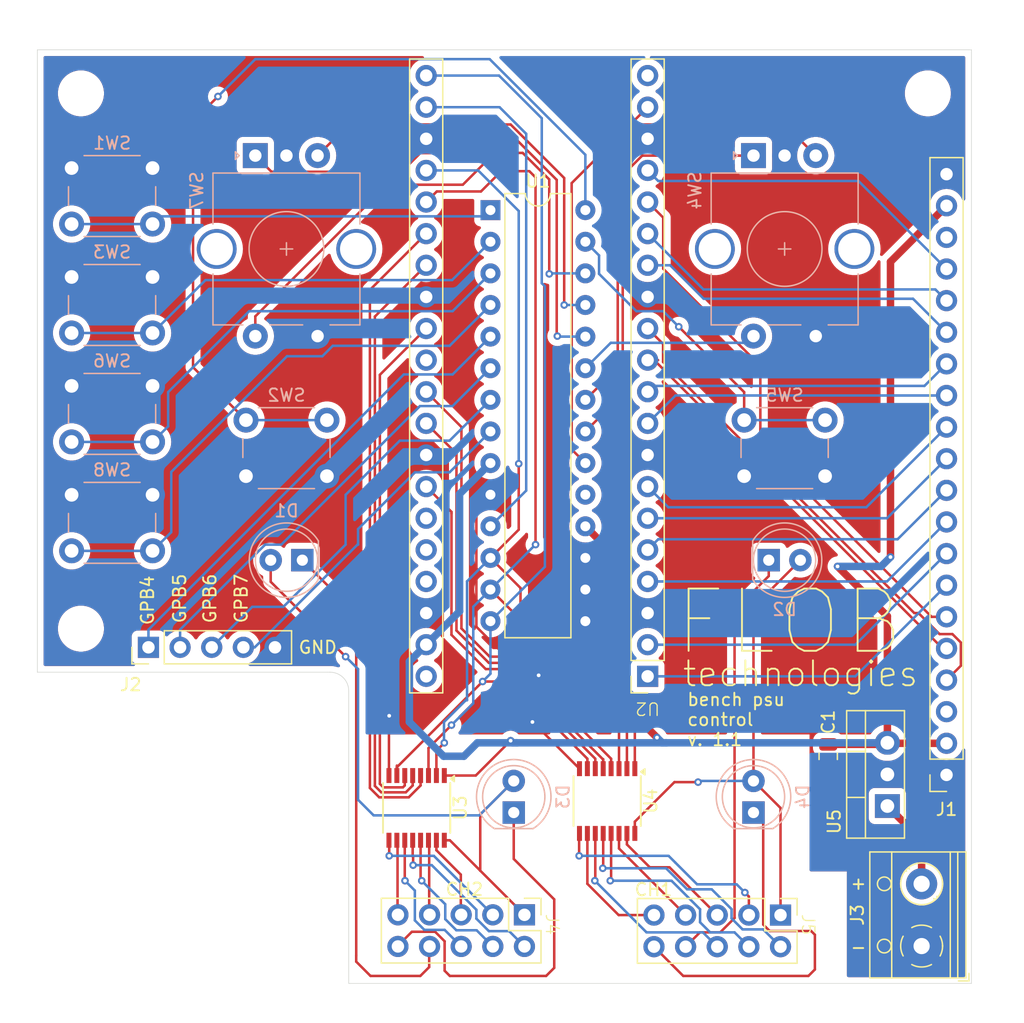
<source format=kicad_pcb>
(kicad_pcb (version 20240108) (generator "pcbnew") (generator_version "8.0")
  (layers (0 "F.Cu" signal) (31 "B.Cu" signal) (34 "B.Paste" user) (35 "F.Paste" user) (36 "B.SilkS" user "B.Silkscreen") (37 "F.SilkS" user "F.Silkscreen") (38 "B.Mask" user) (39 "F.Mask" user) (44 "Edge.Cuts" user))
  (net 0 "")
  (net 1 "GND")
  (net 2 "VCC")
  (net 3 "Net-(D1-A)")
  (net 4 "Net-(D1-K)")
  (net 5 "Net-(D2-A)")
  (net 6 "Net-(D2-K)")
  (net 7 "Net-(D3-K)")
  (net 8 "Net-(D4-K)")
  (net 9 "LCD_D1")
  (net 10 "LCD_D5")
  (net 11 "LCD_D3")
  (net 12 "LCD_E")
  (net 14 "LCD_D6")
  (net 15 "LCD_RST")
  (net 16 "LCD_RW")
  (net 17 "LCD_D4")
  (net 18 "LCD_CS1")
  (net 19 "LCD_CS2")
  (net 20 "LCD_RS")
  (net 21 "LCD_D7")
  (net 22 "LCD_D0")
  (net 23 "LCD_D2")
  (net 25 "Net-(J2-Pin_1)")
  (net 26 "Net-(J2-Pin_3)")
  (net 27 "Net-(J2-Pin_2)")
  (net 28 "Net-(J2-Pin_4)")
  (net 29 "Net-(J3-Pin_2)")
  (net 30 "CH1_DAC_CS")
  (net 31 "Net-(J4-Pin_9)")
  (net 32 "Net-(J4-Pin_5)")
  (net 33 "Net-(J4-Pin_7)")
  (net 34 "CH1_GND")
  (net 35 "CH1_ADC_CS")
  (net 36 "CH1_OUT_EN")
  (net 37 "Net-(J5-Pin_5)")
  (net 38 "CH2_ADC_CS")
  (net 39 "CH2_OUT_EN")
  (net 40 "CH2_GND")
  (net 41 "CH2_DAC_CS")
  (net 42 "Net-(J5-Pin_9)")
  (net 43 "Net-(J5-Pin_7)")
  (net 44 "Net-(U1-GPB0)")
  (net 45 "Net-(U1-GPA7)")
  (net 46 "Net-(U1-GPB1)")
  (net 47 "Net-(U1-GPA2)")
  (net 48 "Net-(U1-GPA0)")
  (net 49 "Net-(U1-GPA1)")
  (net 50 "Net-(U1-GPA6)")
  (net 51 "Net-(U1-GPB2)")
  (net 52 "Net-(U1-GPA4)")
  (net 53 "Net-(U1-GPA3)")
  (net 54 "Net-(U1-GPA5)")
  (net 55 "Net-(U1-GPB3)")
  (net 56 "SPI_RX")
  (net 57 "SPI_CLK")
  (net 59 "IOEXT_CS")
  (net 60 "IOEXT_INT")
  (net 61 "SPI_TX")
  (net 62 "CTRL_CH2_DAC_CS")
  (net 63 "CTRL_CH1_OUT_EN")
  (net 64 "CTRL_CH2_OUT_EN")
  (net 68 "CTRL_CH2_ADC_CS")
  (net 69 "CTRL_CH1_ADC_CS")
  (net 73 "CTRL_CH1_DAC_CS")
  (footprint "Package_DIP:DIP-28_W7.62mm" (layer "F.Cu") (at 86.38 62.88)
    (property "Reference" "U1")
    (property "Value" "MCP23S17_SP")
  )
  (footprint "TerminalBlock_RND:TerminalBlock_RND_205-00012_1x02_P5.00mm_Horizontal" (layer "F.Cu") (at 121 122 90)
    (property "Reference" "J3")
    (property "Value" "Screw_Terminal_01x02")
  )
  (footprint "Package_SO:SSOP-16_3.9x4.9mm_P0.635mm" (layer "F.Cu") (at 95.75 110.35 -90)
    (property "Reference" "U4")
    (property "Value" "ISO7761DBQ")
  )
  (footprint "Connector_PinSocket_2.54mm:PinSocket_1x20_P2.54mm_Vertical" (layer "F.Cu") (at 123 108.25 180)
    (property "Reference" "J1")
    (property "Value" "Conn_01x20_Pin")
  )
  (footprint "MountingHole:MountingHole_3.2mm_M3" (layer "F.Cu") (at 121.5 53.5)
    (property "Reference" "H1" (hide yes))
    (property "Value" "MountingHole")
  )
  (footprint "Capacitor_SMD:C_0805_2012Metric" (layer "F.Cu") (at 113.5 106.75 -90)
    (property "Reference" "C1")
    (property "Value" "0.1uF")
  )
  (footprint "MountingHole:MountingHole_3.2mm_M3" (layer "F.Cu") (at 53.5 96.5)
    (property "Reference" "H3" (hide yes))
    (property "Value" "MountingHole")
  )
  (footprint "MountingHole:MountingHole_3.2mm_M3" (layer "F.Cu") (at 53.5 53.5)
    (property "Reference" "H4" (hide yes))
    (property "Value" "MountingHole")
  )
  (footprint "Altbutt:Connector Header 2x05" (layer "F.Cu") (at 89.08 119.46 -90)
    (property "Reference" "J4")
    (property "Value" "Conn_02x05_Odd_Even")
  )
  (footprint "Package_TO_SOT_THT:TO-220-3_Vertical" (layer "F.Cu") (at 118.25 110.75 90)
    (property "Reference" "U5")
    (property "Value" "LM7805_TO220")
  )
  (footprint "Altbutt:Connector Header 2x05" (layer "F.Cu") (at 109.64 119.48 -90)
    (property "Reference" "J5")
    (property "Value" "Conn_02x05_Odd_Even")
  )
  (footprint "Package_SO:SSOP-16_3.9x4.9mm_P0.635mm" (layer "F.Cu") (at 80.4525 110.9 -90)
    (property "Reference" "U3")
    (property "Value" "ISO7761DBQ")
  )
  (footprint "Connector_PinHeader_2.54mm:PinHeader_1x05_P2.54mm_Vertical" (layer "F.Cu") (at 58.92 98 90)
    (property "Reference" "J2")
    (property "Value" "Conn_01x05_Pin")
  )
  (footprint "Altbutt:Raspberry_Pi_Pico_Headers" (layer "F.Cu") (at 99 100.33 180)
    (property "Reference" "U2")
    (property "Value" "RP2040 PICO")
  )
  (footprint "MountingHole:MountingHole_3.2mm_M3" (layer "F.Cu") (at 102.15 112.67)
    (property "Reference" "H2" (hide yes))
    (property "Value" "MountingHole")
  )
  (footprint "Button_Switch_THT:SW_PUSH_6mm_H13mm" (layer "B.Cu") (at 113.25 79.75 180)
    (property "Reference" "SW5")
    (property "Value" "CH1_EN")
  )
  (footprint "Rotary_Encoder:RotaryEncoder_Alps_EC11E-Switch_Vertical_H20mm_CircularMountingHoles" (layer "B.Cu") (at 107.5 58.5 -90)
    (property "Reference" "SW4")
    (property "Value" "COARSE")
  )
  (footprint "Button_Switch_THT:SW_PUSH_6mm_H13mm" (layer "B.Cu") (at 59.25 77 180)
    (property "Reference" "SW6")
    (property "Value" "OTHER1")
  )
  (footprint "LED_THT:LED_D5.0mm" (layer "B.Cu") (at 71.275 91 180)
    (property "Reference" "D1")
    (property "Value" "GREEN")
  )
  (footprint "LED_THT:LED_D5.0mm" (layer "B.Cu") (at 107.5 111.275 90)
    (property "Reference" "D4")
    (property "Value" "RED")
  )
  (footprint "Button_Switch_THT:SW_PUSH_6mm_H13mm" (layer "B.Cu") (at 59.25 85.75 180)
    (property "Reference" "SW8")
    (property "Value" "OTHER2")
  )
  (footprint "Rotary_Encoder:RotaryEncoder_Alps_EC11E-Switch_Vertical_H20mm_CircularMountingHoles" (layer "B.Cu") (at 67.5 58.5 -90)
    (property "Reference" "SW7")
    (property "Value" "FINE")
  )
  (footprint "Button_Switch_THT:SW_PUSH_6mm_H13mm" (layer "B.Cu") (at 59.25 59.5 180)
    (property "Reference" "SW1")
    (property "Value" "PRESET1")
  )
  (footprint "LED_THT:LED_D5.0mm" (layer "B.Cu") (at 108.725 91)
    (property "Reference" "D2")
    (property "Value" "GREEN")
  )
  (footprint "LED_THT:LED_D5.0mm" (layer "B.Cu") (at 88.25 111.275 90)
    (property "Reference" "D3")
    (property "Value" "RED")
  )
  (footprint "Button_Switch_THT:SW_PUSH_6mm_H13mm" (layer "B.Cu") (at 59.25 68.25 180)
    (property "Reference" "SW3")
    (property "Value" "PRESET2")
  )
  (footprint "Button_Switch_THT:SW_PUSH_6mm_H13mm" (layer "B.Cu") (at 73.25 79.75 180)
    (property "Reference" "SW2")
    (property "Value" "CH2_EN")
  )
  (gr_arc (start 73.5 100) (mid 74.56066 100.43934) (end 75 101.5) (stroke (width 0.05)) (layer "Edge.Cuts"))
  (gr_line (start 125 50) (end 125 125) (stroke (width 0.05)) (layer "Edge.Cuts"))
  (gr_line (start 125 125) (end 75 125) (stroke (width 0.05)) (layer "Edge.Cuts"))
  (gr_line (start 73.5 100) (end 50 100) (stroke (width 0.05)) (layer "Edge.Cuts"))
  (gr_line (start 50 100) (end 50 50) (stroke (width 0.05)) (layer "Edge.Cuts"))
  (gr_line (start 75 125) (end 75 101.5) (stroke (width 0.05)) (layer "Edge.Cuts"))
  (gr_line (start 50 50) (end 125 50) (stroke (width 0.05)) (layer "Edge.Cuts"))
  (gr_text "FLOB" (at 101 98.9 0) (layer "F.SilkS") (effects (font (size 5 5)) (justify left bottom)))
  (gr_text "GPB6" (at 64.44 96.15 90) (layer "F.SilkS") (effects (font (size 1 1)) (justify left bottom)))
  (gr_text "CH2" (at 82.69 118.03 0) (layer "F.SilkS") (effects (font (size 1 1)) (justify left bottom)))
  (gr_text "-" (at 115.21 122.67 0) (layer "F.SilkS") (effects (font (size 1 1)) (justify left bottom)))
  (gr_text "technologies" (at 101.7 101.3 0) (layer "F.SilkS") (effects (font (size 2 2)) (justify left bottom)))
  (gr_text "GPB7" (at 66.95 96.15 90) (layer "F.SilkS") (effects (font (size 1 1)) (justify left bottom)))
  (gr_text "+" (at 115.21 117.54 0) (layer "F.SilkS") (effects (font (size 1 1)) (justify left bottom)))
  (gr_text "GND" (at 70.89 98.59 0) (layer "F.SilkS") (effects (font (size 1 1)) (justify left bottom)))
  (gr_text "GPB4" (at 59.43 96.3 90) (layer "F.SilkS") (effects (font (size 1 1)) (justify left bottom)))
  (gr_text "GPB5" (at 62.01 96.15 90) (layer "F.SilkS") (effects (font (size 1 1)) (justify left bottom)))
  (gr_text "bench psu\ncontrol\nv. 1.1" (at 102.1 106 0) (layer "F.SilkS") (effects (font (size 1 1)) (justify left bottom)))
  (gr_text "CH1" (at 97.87 118.05 0) (layer "F.SilkS") (effects (font (size 1 1)) (justify left bottom)))
  (segment (start 78.23 108.3) (end 78.23 103.52) (width 0.2) (layer "F.Cu") (net 1))
  (segment (start 113.5 107.7) (end 117.74 107.7) (width 0.2) (layer "F.Cu") (net 1))
  (segment (start 89.7775 104) (end 89.75 104) (width 0.2) (layer "F.Cu") (net 1))
  (segment (start 117.74 107.7) (end 118.25 108.21) (width 0.2) (layer "F.Cu") (net 1))
  (segment (start 86.38 85.74) (end 85.25 86.87) (width 0.2) (layer "F.Cu") (net 1))
  (segment (start 78.23 103.52) (end 78.25 103.5) (width 0.2) (layer "F.Cu") (net 1))
  (segment (start 85.25 86.87) (end 85.25 96.35) (width 0.2) (layer "F.Cu") (net 1))
  (segment (start 88.35 98.35) (end 90.25 100.25) (width 0.2) (layer "F.Cu") (net 1))
  (segment (start 87.25 98.35) (end 88.35 98.35) (width 0.2) (layer "F.Cu") (net 1))
  (segment (start 85.25 96.35) (end 87.25 98.35) (width 0.2) (layer "F.Cu") (net 1))
  (segment (start 93.5275 107.75) (end 89.7775 104) (width 0.2) (layer "F.Cu") (net 1))
  (via (at 78.25 103.5) (size 0.6) (drill 0.3) (layers "F.Cu" "B.Cu") (net 1))
  (via (at 90.25 100.25) (size 0.6) (drill 0.3) (layers "F.Cu" "B.Cu") (net 1))
  (via (at 89.75 104) (size 0.6) (drill 0.3) (layers "F.Cu" "B.Cu") (net 1))
  (segment (start 118.12 105.8) (end 118.25 105.67) (width 0.6) (layer "F.Cu") (net 2))
  (segment (start 97.9725 107.75) (end 97.9725 103.5275) (width 0.2) (layer "F.Cu") (net 2))
  (segment (start 96.75 102.25) (end 96.75 91.03) (width 0.6) (layer "F.Cu") (net 2))
  (segment (start 118.25 95.5) (end 114.25 91.5) (width 0.6) (layer "F.Cu") (net 2))
  (segment (start 118.29 105.71) (end 118.25 105.67) (width 0.6) (layer "F.Cu") (net 2))
  (segment (start 123 105.71) (end 118.29 105.71) (width 0.6) (layer "F.Cu") (net 2))
  (segment (start 96.75 91.03) (end 94 88.28) (width 0.6) (layer "F.Cu") (net 2))
  (segment (start 97.9725 103.5275) (end 98 103.5) (width 0.2) (layer "F.Cu") (net 2))
  (segment (start 118.5 90.75) (end 118.5 67.03) (width 0.6) (layer "F.Cu") (net 2))
  (segment (start 118.5 67.03) (end 123 62.53) (width 0.6) (layer "F.Cu") (net 2))
  (segment (start 118.25 105.67) (end 118.25 95.5) (width 0.6) (layer "F.Cu") (net 2))
  (segment (start 99.75 105.25) (end 98 103.5) (width 0.6) (layer "F.Cu") (net 2))
  (segment (start 98 103.5) (end 96.75 102.25) (width 0.6) (layer "F.Cu") (net 2))
  (segment (start 82.675 108.3) (end 85.2 108.3) (width 0.2) (layer "F.Cu") (net 2))
  (segment (start 85.2 108.3) (end 88 105.5) (width 0.2) (layer "F.Cu") (net 2))
  (segment (start 113.5 105.8) (end 118.12 105.8) (width 0.6) (layer "F.Cu") (net 2))
  (via (at 118.5 90.75) (size 0.6) (drill 0.3) (layers "F.Cu" "B.Cu") (net 2))
  (via (at 114.25 91.5) (size 0.6) (drill 0.3) (layers "F.Cu" "B.Cu") (net 2))
  (via (at 88 105.5) (size 0.6) (drill 0.3) (layers "F.Cu" "B.Cu") (net 2))
  (via (at 99.75 105.25) (size 0.6) (drill 0.3) (layers "F.Cu" "B.Cu") (net 2))
  (segment (start 85.33 105.67) (end 84.25 106.75) (width 0.6) (layer "B.Cu") (net 2))
  (segment (start 83.9 95.11) (end 81.22 97.79) (width 0.6) (layer "B.Cu") (net 2))
  (segment (start 88.5 105.67) (end 88.17 105.67) (width 0.6) (layer "B.Cu") (net 2))
  (segment (start 118.25 105.67) (end 100.5 105.67) (width 0.6) (layer "B.Cu") (net 2))
  (segment (start 86.38 83.2) (end 83.9 85.68) (width 0.6) (layer "B.Cu") (net 2))
  (segment (start 83.9 85.68) (end 83.9 95.11) (width 0.6) (layer "B.Cu") (net 2))
  (segment (start 82.618629 106.75) (end 79.87 104.001371) (width 0.6) (layer "B.Cu") (net 2))
  (segment (start 88.17 105.67) (end 88 105.5) (width 0.6) (layer "B.Cu") (net 2))
  (segment (start 100.17 105.67) (end 99.75 105.25) (width 0.6) (layer "B.Cu") (net 2))
  (segment (start 100.5 105.67) (end 88.5 105.67) (width 0.6) (layer "B.Cu") (net 2))
  (segment (start 88.5 105.67) (end 85.33 105.67) (width 0.6) (layer "B.Cu") (net 2))
  (segment (start 84.25 106.75) (end 82.618629 106.75) (width 0.6) (layer "B.Cu") (net 2))
  (segment (start 79.87 99.14) (end 81.22 97.79) (width 0.6) (layer "B.Cu") (net 2))
  (segment (start 79.87 104.001371) (end 79.87 99.14) (width 0.6) (layer "B.Cu") (net 2))
  (segment (start 114.25 91.5) (end 117.75 91.5) (width 0.6) (layer "B.Cu") (net 2))
  (segment (start 117.75 91.5) (end 118.5 90.75) (width 0.6) (layer "B.Cu") (net 2))
  (segment (start 100.5 105.67) (end 100.17 105.67) (width 0.6) (layer "B.Cu") (net 2))
  (segment (start 82.675 113.5) (end 83.12 113.5) (width 0.2) (layer "F.Cu") (net 3))
  (segment (start 88.25 108.735) (end 85.56 111.425) (width 0.2) (layer "F.Cu") (net 3))
  (segment (start 68.735 92.735) (end 68.735 91) (width 0.2) (layer "F.Cu") (net 3))
  (segment (start 74.75 98.75) (end 68.735 92.735) (width 0.2) (layer "F.Cu") (net 3))
  (segment (start 83.12 113.5) (end 85.56 115.94) (width 0.2) (layer "F.Cu") (net 3))
  (segment (start 85.56 111.425) (end 85.56 115.94) (width 0.2) (layer "F.Cu") (net 3))
  (segment (start 85.56 115.94) (end 89.08 119.46) (width 0.2) (layer "F.Cu") (net 3))
  (via (at 74.75 98.75) (size 0.6) (drill 0.3) (layers "F.Cu" "B.Cu") (net 3))
  (segment (start 75.75 99.75) (end 74.75 98.75) (width 0.2) (layer "B.Cu") (net 3))
  (segment (start 88.25 108.735) (end 85.485 111.5) (width 0.2) (layer "B.Cu") (net 3))
  (segment (start 77 111.5) (end 75.75 110.25) (width 0.2) (layer "B.Cu") (net 3))
  (segment (start 75.75 110.25) (end 75.75 99.75) (width 0.2) (layer "B.Cu") (net 3))
  (segment (start 85.485 111.5) (end 77 111.5) (width 0.2) (layer "B.Cu") (net 3))
  (segment (start 80.75 124.4) (end 76.75 124.4) (width 0.2) (layer "F.Cu") (net 4))
  (segment (start 75.601755 95.326755) (end 71.275 91) (width 0.2) (layer "F.Cu") (net 4))
  (segment (start 75.601755 122.748245) (end 75.601755 95.326755) (width 0.2) (layer "F.Cu") (net 4))
  (segment (start 75.6 123.25) (end 75.6 122.75) (width 0.2) (layer "F.Cu") (net 4))
  (segment (start 81.46 123.69) (end 80.75 124.4) (width 0.2) (layer "F.Cu") (net 4))
  (segment (start 81.46 122) (end 81.46 123.69) (width 0.2) (layer "F.Cu") (net 4))
  (segment (start 75.6 122.75) (end 75.601755 122.748245) (width 0.2) (layer "F.Cu") (net 4))
  (segment (start 76.75 124.4) (end 75.6 123.25) (width 0.2) (layer "F.Cu") (net 4))
  (segment (start 107.5 108.735) (end 109.67 110.905) (width 0.2) (layer "F.Cu") (net 5))
  (segment (start 103.05 108.83) (end 101.15 108.83) (width 0.2) (layer "F.Cu") (net 5))
  (segment (start 97.9725 113.2225) (end 97.9725 112.95) (width 0.2) (layer "F.Cu") (net 5))
  (segment (start 97.9725 112.0075) (end 97.9725 112.95) (width 0.2) (layer "F.Cu") (net 5))
  (segment (start 107.5 94.765) (end 111.265 91) (width 0.2) (layer "F.Cu") (net 5))
  (segment (start 109.67 110.905) (end 109.67 119.51) (width 0.2) (layer "F.Cu") (net 5))
  (segment (start 107.5 108.735) (end 107.5 94.765) (width 0.2) (layer "F.Cu") (net 5))
  (segment (start 101.15 108.83) (end 97.9725 112.0075) (width 0.2) (layer "F.Cu") (net 5))
  (via (at 103.05 108.83) (size 0.6) (drill 0.3) (layers "F.Cu" "B.Cu") (net 5))
  (segment (start 103.145 108.735) (end 103.05 108.83) (width 0.2) (layer "B.Cu") (net 5))
  (segment (start 107.5 108.735) (end 103.145 108.735) (width 0.2) (layer "B.Cu") (net 5))
  (segment (start 105.98 95.02) (end 105.98 119.746346) (width 0.2) (layer "F.Cu") (net 6))
  (segment (start 108.725 91) (end 108.725 92.275) (width 0.2) (layer "F.Cu") (net 6))
  (segment (start 103.2 120.9) (end 102.05 122.05) (width 0.2) (layer "F.Cu") (net 6))
  (segment (start 104.826346 120.9) (end 103.2 120.9) (width 0.2) (layer "F.Cu") (net 6))
  (segment (start 105.98 119.746346) (end 104.826346 120.9) (width 0.2) (layer "F.Cu") (net 6))
  (segment (start 108.725 92.275) (end 105.98 95.02) (width 0.2) (layer "F.Cu") (net 6))
  (segment (start 91.5 123.75) (end 90.85 124.4) (width 0.2) (layer "F.Cu") (net 7))
  (segment (start 81.936346 120.85) (end 80.07 120.85) (width 0.2) (layer "F.Cu") (net 7))
  (segment (start 80.07 120.85) (end 78.92 122) (width 0.2) (layer "F.Cu") (net 7))
  (segment (start 83.12 124.4) (end 82.7 123.98) (width 0.2) (layer "F.Cu") (net 7))
  (segment (start 82.7 121.613654) (end 81.936346 120.85) (width 0.2) (layer "F.Cu") (net 7))
  (segment (start 90.85 124.4) (end 83.12 124.4) (width 0.2) (layer "F.Cu") (net 7))
  (segment (start 91.5 118.25) (end 91.5 123.75) (width 0.2) (layer "F.Cu") (net 7))
  (segment (start 82.7 123.98) (end 82.7 121.613654) (width 0.2) (layer "F.Cu") (net 7))
  (segment (start 88.25 115) (end 91.5 118.25) (width 0.2) (layer "F.Cu") (net 7))
  (segment (start 88.25 111.275) (end 88.25 115) (width 0.2) (layer "F.Cu") (net 7))
  (segment (start 108.28 120.27) (end 108.8 120.79) (width 0.2) (layer "F.Cu") (net 8))
  (segment (start 101.86 124.4) (end 99.51 122.05) (width 0.2) (layer "F.Cu") (net 8))
  (segment (start 112.13 120.79) (end 112.43 121.09) (width 0.2) (layer "F.Cu") (net 8))
  (segment (start 112.43 121.09) (end 112.43 123.88) (width 0.2) (layer "F.Cu") (net 8))
  (segment (start 108.28 112.055) (end 108.28 120.27) (width 0.2) (layer "F.Cu") (net 8))
  (segment (start 112.43 123.88) (end 111.91 124.4) (width 0.2) (layer "F.Cu") (net 8))
  (segment (start 107.5 111.275) (end 108.28 112.055) (width 0.2) (layer "F.Cu") (net 8))
  (segment (start 108.8 120.79) (end 112.13 120.79) (width 0.2) (layer "F.Cu") (net 8))
  (segment (start 111.91 124.4) (end 101.86 124.4) (width 0.2) (layer "F.Cu") (net 8))
  (segment (start 115.68 97.79) (end 123 90.47) (width 0.2) (layer "B.Cu") (net 9))
  (segment (start 99 97.79) (end 115.68 97.79) (width 0.2) (layer "B.Cu") (net 9))
  (segment (start 100.66 86.75) (end 116.56 86.75) (width 0.2) (layer "B.Cu") (net 10))
  (segment (start 99 85.09) (end 100.66 86.75) (width 0.2) (layer "B.Cu") (net 10))
  (segment (start 116.56 86.75) (end 123 80.31) (width 0.2) (layer "B.Cu") (net 10))
  (segment (start 119.07 89.32) (end 123 85.39) (width 0.2) (layer "B.Cu") (net 11))
  (segment (start 99.85 89.32) (end 119.07 89.32) (width 0.2) (layer "B.Cu") (net 11))
  (segment (start 99 90.17) (end 99.85 89.32) (width 0.2) (layer "B.Cu") (net 11))
  (segment (start 108.05 81.802081) (end 108.05 75.388478) (width 0.2) (layer "F.Cu") (net 12))
  (segment (start 108.05 75.388478) (end 100.25 67.588478) (width 0.2) (layer "F.Cu") (net 12))
  (segment (start 100.25 67.588478) (end 100.25 63.48) (width 0.2) (layer "F.Cu") (net 12))
  (segment (start 121.797919 95.55) (end 108.05 81.802081) (width 0.2) (layer "F.Cu") (net 12))
  (segment (start 123 95.55) (end 121.797919 95.55) (width 0.2) (layer "F.Cu") (net 12))
  (segment (start 100.25 63.48) (end 99 62.23) (width 0.2) (layer "F.Cu") (net 12))
  (segment (start 99 80.01) (end 101.24 77.77) (width 0.2) (layer "B.Cu") (net 14))
  (segment (start 101.24 77.77) (end 123 77.77) (width 0.2) (layer "B.Cu") (net 14))
  (segment (start 115.93 60.54) (end 123 67.61) (width 0.2) (layer "B.Cu") (net 15))
  (segment (start 99.85 60.54) (end 115.93 60.54) (width 0.2) (layer "B.Cu") (net 15))
  (segment (start 99 59.69) (end 99.85 60.54) (width 0.2) (layer "B.Cu") (net 15))
  (segment (start 122.685837 98.09) (end 99.525837 74.93) (width 0.2) (layer "F.Cu") (net 16))
  (segment (start 99.525837 74.93) (end 99 74.93) (width 0.2) (layer "F.Cu") (net 16))
  (segment (start 99 74.93) (end 99.84 74.93) (width 0.2) (layer "F.Cu") (net 16))
  (segment (start 123 98.09) (end 122.685837 98.09) (width 0.2) (layer "F.Cu") (net 16))
  (segment (start 99 87.63) (end 118.22 87.63) (width 0.2) (layer "B.Cu") (net 17))
  (segment (start 118.22 87.63) (end 123 82.85) (width 0.2) (layer "B.Cu") (net 17))
  (segment (start 120.31 70) (end 123 72.69) (width 0.2) (layer "B.Cu") (net 18))
  (segment (start 103.5 70) (end 120.31 70) (width 0.2) (layer "B.Cu") (net 18))
  (segment (start 99 67.31) (end 100.81 67.31) (width 0.2) (layer "B.Cu") (net 18))
  (segment (start 100.81 67.31) (end 103.5 70) (width 0.2) (layer "B.Cu") (net 18))
  (segment (start 103.48 69.25) (end 122.1 69.25) (width 0.2) (layer "B.Cu") (net 19))
  (segment (start 122.1 69.25) (end 123 70.15) (width 0.2) (layer "B.Cu") (net 19))
  (segment (start 99 64.77) (end 103.48 69.25) (width 0.2) (layer "B.Cu") (net 19))
  (segment (start 124.15 97.613654) (end 123.476346 96.94) (width 0.2) (layer "F.Cu") (net 20))
  (segment (start 124.15 99.48) (end 124.15 97.613654) (width 0.2) (layer "F.Cu") (net 20))
  (segment (start 123 100.63) (end 124.15 99.48) (width 0.2) (layer "F.Cu") (net 20))
  (segment (start 120.411522 95.25) (end 100.24 75.078478) (width 0.2) (layer "F.Cu") (net 20))
  (segment (start 100.24 73.63) (end 99 72.39) (width 0.2) (layer "F.Cu") (net 20))
  (segment (start 100.24 75.078478) (end 100.24 73.63) (width 0.2) (layer "F.Cu") (net 20))
  (segment (start 123.476346 96.94) (end 122.44 96.94) (width 0.2) (layer "F.Cu") (net 20))
  (segment (start 122.44 96.94) (end 120.75 95.25) (width 0.2) (layer "F.Cu") (net 20))
  (segment (start 120.75 95.25) (end 120.411522 95.25) (width 0.2) (layer "F.Cu") (net 20))
  (segment (start 99.47 77) (end 121.23 77) (width 0.2) (layer "B.Cu") (net 21))
  (segment (start 99 77.47) (end 99.47 77) (width 0.2) (layer "B.Cu") (net 21))
  (segment (start 121.23 77) (end 123 75.23) (width 0.2) (layer "B.Cu") (net 21))
  (segment (start 99 100.33) (end 115.68 100.33) (width 0.2) (layer "B.Cu") (net 22))
  (segment (start 115.68 100.33) (end 123 93.01) (width 0.2) (layer "B.Cu") (net 22))
  (segment (start 99 92.71) (end 118.22 92.71) (width 0.2) (layer "B.Cu") (net 23))
  (segment (start 118.22 92.71) (end 123 87.93) (width 0.2) (layer "B.Cu") (net 23))
  (segment (start 58.92 96.58) (end 58.92 98) (width 0.2) (layer "B.Cu") (net 25))
  (segment (start 83.34 76.08) (end 79.42 76.08) (width 0.2) (layer "B.Cu") (net 25))
  (segment (start 79.42 76.08) (end 58.92 96.58) (width 0.2) (layer "B.Cu") (net 25))
  (segment (start 86.38 73.04) (end 83.34 76.08) (width 0.2) (layer "B.Cu") (net 25))
  (segment (start 74.75 89.75) (end 69.75 94.75) (width 0.2) (layer "B.Cu") (net 26))
  (segment (start 83.1 81.4) (end 79.1 81.4) (width 0.2) (layer "B.Cu") (net 26))
  (segment (start 86.38 78.12) (end 83.1 81.4) (width 0.2) (layer "B.Cu") (net 26))
  (segment (start 74.75 85.75) (end 74.75 89.75) (width 0.2) (layer "B.Cu") (net 26))
  (segment (start 64 98) (end 67.25 94.75) (width 0.2) (layer "B.Cu") (net 26))
  (segment (start 67.25 94.75) (end 69.75 94.75) (width 0.2) (layer "B.Cu") (net 26))
  (segment (start 79.1 81.4) (end 74.75 85.75) (width 0.2) (layer "B.Cu") (net 26))
  (segment (start 69.588478 89.75) (end 68.287943 89.75) (width 0.2) (layer "B.Cu") (net 27))
  (segment (start 68.287943 89.75) (end 61.46 96.577943) (width 0.2) (layer "B.Cu") (net 27))
  (segment (start 61.46 96.577943) (end 61.46 98) (width 0.2) (layer "B.Cu") (net 27))
  (segment (start 80.718478 78.62) (end 69.588478 89.75) (width 0.2) (layer "B.Cu") (net 27))
  (segment (start 83.34 78.62) (end 80.718478 78.62) (width 0.2) (layer "B.Cu") (net 27))
  (segment (start 86.38 75.58) (end 83.34 78.62) (width 0.2) (layer "B.Cu") (net 27))
  (segment (start 83.1 83.94) (end 80.31 83.94) (width 0.2) (layer "B.Cu") (net 28))
  (segment (start 86.38 80.66) (end 83.1 83.94) (width 0.2) (layer "B.Cu") (net 28))
  (segment (start 67.453654 98) (end 66.54 98) (width 0.2) (layer "B.Cu") (net 28))
  (segment (start 80.31 83.94) (end 75.75 88.5) (width 0.2) (layer "B.Cu") (net 28))
  (segment (start 75.75 89.75) (end 75.703654 89.75) (width 0.2) (layer "B.Cu") (net 28))
  (segment (start 75.703654 89.75) (end 67.453654 98) (width 0.2) (layer "B.Cu") (net 28))
  (segment (start 75.75 88.5) (end 75.75 89.75) (width 0.2) (layer "B.Cu") (net 28))
  (segment (start 121 117) (end 121 113.5) (width 0.6) (layer "F.Cu") (net 29))
  (segment (start 121 113.5) (end 118.25 110.75) (width 0.6) (layer "F.Cu") (net 29))
  (segment (start 96 116.75) (end 96.0675 116.6825) (width 0.2) (layer "F.Cu") (net 30))
  (segment (start 96.0675 116.6825) (end 96.0675 112.95) (width 0.2) (layer "F.Cu") (net 30))
  (via (at 96 116.75) (size 0.6) (drill 0.3) (layers "F.Cu" "B.Cu") (net 30))
  (segment (start 107.13 122.05) (end 105.98 120.9) (width 0.2) (layer "B.Cu") (net 30))
  (segment (start 105.98 120.9) (end 104.02 120.9) (width 0.2) (layer "B.Cu") (net 30))
  (segment (start 103.21 120.09) (end 103.21 119.043654) (width 0.2) (layer "B.Cu") (net 30))
  (segment (start 100.916346 116.75) (end 96 116.75) (width 0.2) (layer "B.Cu") (net 30))
  (segment (start 104.02 120.9) (end 103.21 120.09) (width 0.2) (layer "B.Cu") (net 30))
  (segment (start 103.21 119.043654) (end 100.916346 116.75) (width 0.2) (layer "B.Cu") (net 30))
  (segment (start 78.92 119.46) (end 78.92 113.555) (width 0.2) (layer "F.Cu") (net 31))
  (segment (start 78.92 113.555) (end 78.865 113.5) (width 0.2) (layer "F.Cu") (net 31))
  (segment (start 82.04 113.5) (end 82.04 114.3) (width 0.2) (layer "F.Cu") (net 32))
  (segment (start 82.04 114.3) (end 84 116.26) (width 0.2) (layer "F.Cu") (net 32))
  (segment (start 84 116.26) (end 84 119.46) (width 0.2) (layer "F.Cu") (net 32))
  (segment (start 81.46 113.555) (end 81.405 113.5) (width 0.2) (layer "F.Cu") (net 33))
  (segment (start 81.46 119.46) (end 81.46 113.555) (width 0.2) (layer "F.Cu") (net 33))
  (segment (start 107.13 119.51) (end 107.13 118.02) (width 0.2) (layer "F.Cu") (net 34))
  (segment (start 93.5 114.75) (end 93.5 112.9775) (width 0.2) (layer "F.Cu") (net 34))
  (segment (start 107.13 118.02) (end 106.81 117.7) (width 0.2) (layer "F.Cu") (net 34))
  (segment (start 93.5 112.9775) (end 93.5275 112.95) (width 0.2) (layer "F.Cu") (net 34))
  (via (at 93.5 114.75) (size 0.6) (drill 0.3) (layers "F.Cu" "B.Cu") (net 34))
  (via (at 106.81 117.7) (size 0.6) (drill 0.3) (layers "F.Cu" "B.Cu") (net 34))
  (segment (start 100.68 114.75) (end 101.22 115.29) (width 0.2) (layer "B.Cu") (net 34))
  (segment (start 106.81 117.7) (end 106.15 117.04) (width 0.2) (layer "B.Cu") (net 34))
  (segment (start 106.15 117.04) (end 102.97 117.04) (width 0.2) (layer "B.Cu") (net 34))
  (segment (start 102.97 117.04) (end 101.22 115.29) (width 0.2) (layer "B.Cu") (net 34))
  (segment (start 93.5 114.75) (end 100.68 114.75) (width 0.2) (layer "B.Cu") (net 34))
  (segment (start 95.3975 115.75) (end 95.4325 115.715) (width 0.2) (layer "F.Cu") (net 35))
  (segment (start 95.4325 115.715) (end 95.4325 112.95) (width 0.2) (layer "F.Cu") (net 35))
  (via (at 95.3975 115.75) (size 0.6) (drill 0.3) (layers "F.Cu" "B.Cu") (net 35))
  (segment (start 104.146346 117.44) (end 102.172032 117.44) (width 0.2) (layer "B.Cu") (net 35))
  (segment (start 108.28 120.66) (end 106.623654 120.66) (width 0.2) (layer "B.Cu") (net 35))
  (segment (start 105.74 119.776346) (end 105.74 119.033654) (width 0.2) (layer "B.Cu") (net 35))
  (segment (start 102.172032 117.44) (end 100.482032 115.75) (width 0.2) (layer "B.Cu") (net 35))
  (segment (start 105.74 119.033654) (end 104.146346 117.44) (width 0.2) (layer "B.Cu") (net 35))
  (segment (start 109.67 122.05) (end 108.28 120.66) (width 0.2) (layer "B.Cu") (net 35))
  (segment (start 106.623654 120.66) (end 105.74 119.776346) (width 0.2) (layer "B.Cu") (net 35))
  (segment (start 100.482032 115.75) (end 95.3975 115.75) (width 0.2) (layer "B.Cu") (net 35))
  (segment (start 94.7625 116.75) (end 94.7975 116.715) (width 0.2) (layer "F.Cu") (net 36))
  (segment (start 94.7975 116.715) (end 94.7975 112.95) (width 0.2) (layer "F.Cu") (net 36))
  (via (at 94.7625 116.75) (size 0.6) (drill 0.3) (layers "F.Cu" "B.Cu") (net 36))
  (segment (start 94.7625 116.75) (end 98.9125 120.9) (width 0.2) (layer "B.Cu") (net 36))
  (segment (start 103.44 120.9) (end 104.59 122.05) (width 0.2) (layer "B.Cu") (net 36))
  (segment (start 98.9125 120.9) (end 103.44 120.9) (width 0.2) (layer "B.Cu") (net 36))
  (segment (start 99.17 115.67) (end 97.3375 113.8375) (width 0.2) (layer "F.Cu") (net 37))
  (segment (start 100.75 115.67) (end 104.59 119.51) (width 0.2) (layer "F.Cu") (net 37))
  (segment (start 99.17 115.67) (end 100.75 115.67) (width 0.2) (layer "F.Cu") (net 37))
  (segment (start 97.3375 113.8375) (end 97.3375 112.95) (width 0.2) (layer "F.Cu") (net 37))
  (segment (start 80.17 114.83) (end 80.135 114.795) (width 0.2) (layer "F.Cu") (net 38))
  (segment (start 80.17 115.5) (end 80.17 114.83) (width 0.2) (layer "F.Cu") (net 38))
  (segment (start 80.135 114.795) (end 80.135 113.5) (width 0.2) (layer "F.Cu") (net 38))
  (via (at 80.17 115.5) (size 0.6) (drill 0.3) (layers "F.Cu" "B.Cu") (net 38))
  (segment (start 86.253654 120.8) (end 85.25 119.796346) (width 0.2) (layer "B.Cu") (net 38))
  (segment (start 87.88 120.8) (end 86.253654 120.8) (width 0.2) (layer "B.Cu") (net 38))
  (segment (start 85.25 119.796346) (end 85.25 119.083654) (width 0.2) (layer "B.Cu") (net 38))
  (segment (start 89.08 122) (end 87.88 120.8) (width 0.2) (layer "B.Cu") (net 38))
  (segment (start 81.666346 115.5) (end 80.17 115.5) (width 0.2) (layer "B.Cu") (net 38))
  (segment (start 85.25 119.083654) (end 81.666346 115.5) (width 0.2) (layer "B.Cu") (net 38))
  (segment (start 79.52 116.75) (end 79.5 116.73) (width 0.2) (layer "F.Cu") (net 39))
  (segment (start 79.5 116.73) (end 79.5 113.5) (width 0.2) (layer "F.Cu") (net 39))
  (via (at 79.52 116.75) (size 0.6) (drill 0.3) (layers "F.Cu" "B.Cu") (net 39))
  (segment (start 80.31 119.936346) (end 80.31 117.54) (width 0.2) (layer "B.Cu") (net 39))
  (segment (start 84 122) (end 82.7 120.7) (width 0.2) (layer "B.Cu") (net 39))
  (segment (start 80.31 117.54) (end 79.52 116.75) (width 0.2) (layer "B.Cu") (net 39))
  (segment (start 82.7 120.7) (end 81.073654 120.7) (width 0.2) (layer "B.Cu") (net 39))
  (segment (start 81.073654 120.7) (end 80.31 119.936346) (width 0.2) (layer "B.Cu") (net 39))
  (segment (start 78.25 113.52) (end 78.23 113.5) (width 0.2) (layer "F.Cu") (net 40))
  (segment (start 78.25 114.75) (end 78.25 113.52) (width 0.2) (layer "F.Cu") (net 40))
  (via (at 78.25 114.75) (size 0.6) (drill 0.3) (layers "F.Cu" "B.Cu") (net 40))
  (segment (start 81.83 114.75) (end 78.25 114.75) (width 0.2) (layer "B.Cu") (net 40))
  (segment (start 86.54 119.46) (end 81.83 114.75) (width 0.2) (layer "B.Cu") (net 40))
  (segment (start 80.86 116.75) (end 80.77 116.66) (width 0.2) (layer "F.Cu") (net 41))
  (segment (start 80.77 116.66) (end 80.77 113.5) (width 0.2) (layer "F.Cu") (net 41))
  (segment (start 80.75 113.52) (end 80.77 113.5) (width 0.2) (layer "F.Cu") (net 41))
  (via (at 80.86 116.75) (size 0.6) (drill 0.3) (layers "F.Cu" "B.Cu") (net 41))
  (segment (start 82.75 118.64) (end 80.86 116.75) (width 0.2) (layer "B.Cu") (net 41))
  (segment (start 86.54 122) (end 85.27 120.73) (width 0.2) (layer "B.Cu") (net 41))
  (segment (start 85.27 120.73) (end 83.643654 120.73) (width 0.2) (layer "B.Cu") (net 41))
  (segment (start 83.643654 120.73) (end 82.75 119.836346) (width 0.2) (layer "B.Cu") (net 41))
  (segment (start 82.75 119.836346) (end 82.75 118.64) (width 0.2) (layer "B.Cu") (net 41))
  (segment (start 99.51 119.51) (end 96.673971 119.51) (width 0.2) (layer "F.Cu") (net 42))
  (segment (start 94.1625 116.998529) (end 94.1625 112.95) (width 0.2) (layer "F.Cu") (net 42))
  (segment (start 96.673971 119.51) (end 94.1625 116.998529) (width 0.2) (layer "F.Cu") (net 42))
  (segment (start 96.63 113.0225) (end 96.7025 112.95) (width 0.2) (layer "F.Cu") (net 43))
  (segment (start 96.7025 114.1625) (end 96.7025 112.95) (width 0.2) (layer "F.Cu") (net 43))
  (segment (start 102.05 119.51) (end 96.7025 114.1625) (width 0.2) (layer "F.Cu") (net 43))
  (segment (start 86.38 62.88) (end 85.88 63.38) (width 0.2) (layer "B.Cu") (net 44))
  (segment (start 59.87 63.38) (end 59.25 64) (width 0.2) (layer "B.Cu") (net 44))
  (segment (start 85.88 63.38) (end 59.87 63.38) (width 0.2) (layer "B.Cu") (net 44))
  (segment (start 59.25 64) (end 52.75 64) (width 0.2) (layer "B.Cu") (net 44))
  (segment (start 62.5 75.5) (end 66.75 79.75) (width 0.2) (layer "F.Cu") (net 45))
  (segment (start 64.5 53.75) (end 62.5 55.75) (width 0.2) (layer "F.Cu") (net 45))
  (segment (start 62.5 55.75) (end 62.5 75.5) (width 0.2) (layer "F.Cu") (net 45))
  (via (at 64.5 53.75) (size 0.6) (drill 0.3) (layers "F.Cu" "B.Cu") (net 45))
  (segment (start 66.75 79.75) (end 73.25 79.75) (width 0.2) (layer "B.Cu") (net 45))
  (segment (start 94 62.88) (end 94 58.434314) (width 0.2) (layer "B.Cu") (net 45))
  (segment (start 86.315686 50.75) (end 67.5 50.75) (width 0.2) (layer "B.Cu") (net 45))
  (segment (start 94 58.434314) (end 86.315686 50.75) (width 0.2) (layer "B.Cu") (net 45))
  (segment (start 67.5 50.75) (end 64.5 53.75) (width 0.2) (layer "B.Cu") (net 45))
  (segment (start 63.5 68.5) (end 59.25 72.75) (width 0.2) (layer "B.Cu") (net 46))
  (segment (start 59.25 72.75) (end 52.75 72.75) (width 0.2) (layer "B.Cu") (net 46))
  (segment (start 86.38 65.42) (end 83.3 68.5) (width 0.2) (layer "B.Cu") (net 46))
  (segment (start 83.3 68.5) (end 63.5 68.5) (width 0.2) (layer "B.Cu") (net 46))
  (segment (start 107.5 73) (end 106.96 73.54) (width 0.2) (layer "B.Cu") (net 47))
  (segment (start 96.04 73.54) (end 94 75.58) (width 0.2) (layer "B.Cu") (net 47))
  (segment (start 106.96 73.54) (end 96.04 73.54) (width 0.2) (layer "B.Cu") (net 47))
  (segment (start 98.563654 58.5) (end 97 60.063654) (width 0.2) (layer "F.Cu") (net 48))
  (segment (start 97 60.063654) (end 97 77.66) (width 0.2) (layer "F.Cu") (net 48))
  (segment (start 107.5 58.5) (end 98.563654 58.5) (width 0.2) (layer "F.Cu") (net 48))
  (segment (start 97 77.66) (end 94 80.66) (width 0.2) (layer "F.Cu") (net 48))
  (segment (start 98.523654 56) (end 96.6 57.923654) (width 0.2) (layer "F.Cu") (net 49))
  (segment (start 110 56) (end 98.523654 56) (width 0.2) (layer "F.Cu") (net 49))
  (segment (start 96.6 57.923654) (end 96.6 75.52) (width 0.2) (layer "F.Cu") (net 49))
  (segment (start 112.5 58.5) (end 110 56) (width 0.2) (layer "F.Cu") (net 49))
  (segment (start 96.6 75.52) (end 94 78.12) (width 0.2) (layer "F.Cu") (net 49))
  (segment (start 106.75 79.75) (end 106.75 77.5) (width 0.2) (layer "F.Cu") (net 50))
  (segment (start 106.75 77.5) (end 101.5 72.25) (width 0.2) (layer "F.Cu") (net 50))
  (via (at 101.5 72.25) (size 0.6) (drill 0.3) (layers "F.Cu" "B.Cu") (net 50))
  (segment (start 106.75 79.75) (end 113.25 79.75) (width 0.2) (layer "B.Cu") (net 50))
  (segment (start 95.1 66.52) (end 94 65.42) (width 0.2) (layer "B.Cu") (net 50))
  (segment (start 100.25 71) (end 98.1 71) (width 0.2) (layer "B.Cu") (net 50))
  (segment (start 95.1 68) (end 95.1 66.52) (width 0.2) (layer "B.Cu") (net 50))
  (segment (start 98.1 71) (end 95.1 68) (width 0.2) (layer "B.Cu") (net 50))
  (segment (start 101.5 72.25) (end 100.25 71) (width 0.2) (layer "B.Cu") (net 50))
  (segment (start 86.38 67.96) (end 83.34 71) (width 0.2) (layer "B.Cu") (net 51))
  (segment (start 60.5 80.25) (end 59.25 81.5) (width 0.2) (layer "B.Cu") (net 51))
  (segment (start 67 71) (end 60.5 77.5) (width 0.2) (layer "B.Cu") (net 51))
  (segment (start 83.34 71) (end 67 71) (width 0.2) (layer "B.Cu") (net 51))
  (segment (start 60.5 77.5) (end 60.5 80.25) (width 0.2) (layer "B.Cu") (net 51))
  (segment (start 59.25 81.5) (end 52.75 81.5) (width 0.2) (layer "B.Cu") (net 51))
  (segment (start 75 56) (end 72.5 58.5) (width 0.2) (layer "F.Cu") (net 52))
  (segment (start 92.3 70.5) (end 92.3 60.3) (width 0.2) (layer "F.Cu") (net 52))
  (segment (start 92.3 60.3) (end 88 56) (width 0.2) (layer "F.Cu") (net 52))
  (segment (start 88 56) (end 75 56) (width 0.2) (layer "F.Cu") (net 52))
  (via (at 92.3 70.5) (size 0.6) (drill 0.3) (layers "F.Cu" "B.Cu") (net 52))
  (segment (start 94 70.5) (end 92.3 70.5) (width 0.2) (layer "B.Cu") (net 52))
  (segment (start 87.65 56.4) (end 91.7 60.45) (width 0.2) (layer "F.Cu") (net 53))
  (segment (start 80.743654 58.3) (end 82.35 58.3) (width 0.2) (layer "F.Cu") (net 53))
  (segment (start 91.7 60.45) (end 91.7 72.95) (width 0.2) (layer "F.Cu") (net 53))
  (segment (start 67.5 58.5) (end 68.8 59.8) (width 0.2) (layer "F.Cu") (net 53))
  (segment (start 91.7 72.95) (end 91.75 73) (width 0.2) (layer "F.Cu") (net 53))
  (segment (start 79.243654 59.8) (end 80.743654 58.3) (width 0.2) (layer "F.Cu") (net 53))
  (segment (start 84.25 56.4) (end 87.65 56.4) (width 0.2) (layer "F.Cu") (net 53))
  (segment (start 68.8 59.8) (end 79.243654 59.8) (width 0.2) (layer "F.Cu") (net 53))
  (segment (start 82.35 58.3) (end 84.25 56.4) (width 0.2) (layer "F.Cu") (net 53))
  (via (at 91.75 73) (size 0.6) (drill 0.3) (layers "F.Cu" "B.Cu") (net 53))
  (segment (start 91.79 73.04) (end 94 73.04) (width 0.2) (layer "B.Cu") (net 53))
  (segment (start 91.75 73) (end 91.79 73.04) (width 0.2) (layer "B.Cu") (net 53))
  (segment (start 91.1 68) (end 91.1 60.415686) (width 0.2) (layer "F.Cu") (net 54))
  (segment (start 86.717157 58.282843) (end 84.16 60.84) (width 0.2) (layer "F.Cu") (net 54))
  (segment (start 84.16 60.84) (end 78.072994 60.84) (width 0.2) (layer "F.Cu") (net 54))
  (segment (start 78.072994 60.84) (end 67.5 71.412994) (width 0.2) (layer "F.Cu") (net 54))
  (segment (start 91.1 60.415686) (end 88.967157 58.282843) (width 0.2) (layer "F.Cu") (net 54))
  (segment (start 88.967157 58.282843) (end 86.717157 58.282843) (width 0.2) (layer "F.Cu") (net 54))
  (segment (start 67.5 71.412994) (end 67.5 73) (width 0.2) (layer "F.Cu") (net 54))
  (via (at 91.1 68) (size 0.6) (drill 0.3) (layers "F.Cu" "B.Cu") (net 54))
  (segment (start 91.14 67.96) (end 91.1 68) (width 0.2) (layer "B.Cu") (net 54))
  (segment (start 94 67.96) (end 91.14 67.96) (width 0.2) (layer "B.Cu") (net 54))
  (segment (start 86.38 70.5) (end 83.1 73.78) (width 0.2) (layer "B.Cu") (net 55))
  (segment (start 60.75 88.75) (end 59.25 90.25) (width 0.2) (layer "B.Cu") (net 55))
  (segment (start 59.25 90.25) (end 52.75 90.25) (width 0.2) (layer "B.Cu") (net 55))
  (segment (start 83.1 73.78) (end 73.72 73.78) (width 0.2) (layer "B.Cu") (net 55))
  (segment (start 70.043044 74.618478) (end 60.75 83.911522) (width 0.2) (layer "B.Cu") (net 55))
  (segment (start 72.881522 74.618478) (end 70.043044 74.618478) (width 0.2) (layer "B.Cu") (net 55))
  (segment (start 73.72 73.78) (end 72.881522 74.618478) (width 0.2) (layer "B.Cu") (net 55))
  (segment (start 60.75 83.911522) (end 60.75 88.75) (width 0.2) (layer "B.Cu") (net 55))
  (segment (start 94.1625 107.75) (end 94.1625 106.95) (width 0.2) (layer "F.Cu") (net 56))
  (segment (start 94.1625 106.95) (end 87.9625 100.75) (width 0.2) (layer "F.Cu") (net 56))
  (segment (start 78.865 107.635) (end 85.75 100.75) (width 0.2) (layer "F.Cu") (net 56))
  (segment (start 78.865 108.3) (end 78.865 107.5) (width 0.2) (layer "F.Cu") (net 56))
  (segment (start 87.9625 100.75) (end 85.75 100.75) (width 0.2) (layer "F.Cu") (net 56))
  (segment (start 78.865 108.3) (end 78.865 107.635) (width 0.2) (layer "F.Cu") (net 56))
  (via (at 85.75 100.75) (size 0.6) (drill 0.3) (layers "F.Cu" "B.Cu") (net 56))
  (segment (start 87.07 52.07) (end 90.5 55.5) (width 0.2) (layer "B.Cu") (net 56))
  (segment (start 90.75 69) (end 90.75 91.53) (width 0.2) (layer "B.Cu") (net 56))
  (segment (start 81.22 52.07) (end 87.07 52.07) (width 0.2) (layer "B.Cu") (net 56))
  (segment (start 90.5 55.5) (end 90.5 68.75) (width 0.2) (layer "B.Cu") (net 56))
  (segment (start 85.75 100.75) (end 86.38 100.12) (width 0.2) (layer "B.Cu") (net 56))
  (segment (start 86.38 100.12) (end 86.38 95.9) (width 0.2) (layer "B.Cu") (net 56))
  (segment (start 90.5 68.75) (end 90.75 69) (width 0.2) (layer "B.Cu") (net 56))
  (segment (start 90.75 91.53) (end 86.38 95.9) (width 0.2) (layer "B.Cu") (net 56))
  (segment (start 82.04 106.30853) (end 82.674265 105.674265) (width 0.2) (layer "F.Cu") (net 57))
  (segment (start 82.04 108.3) (end 82.04 106.30853) (width 0.2) (layer "F.Cu") (net 57))
  (segment (start 97.3375 107.75) (end 97.3375 103.751814) (width 0.2) (layer "F.Cu") (net 57))
  (segment (start 97.3375 103.751814) (end 88.792843 95.207157) (width 0.2) (layer "F.Cu") (net 57))
  (segment (start 88.65 88.55) (end 86.38 90.82) (width 0.2) (layer "F.Cu") (net 57))
  (segment (start 88.65 83.25) (end 88.65 88.55) (width 0.2) (layer "F.Cu") (net 57))
  (segment (start 88.792843 95.207157) (end 88.792843 93.232843) (width 0.2) (layer "F.Cu") (net 57))
  (segment (start 88.792843 93.232843) (end 86.38 90.82) (width 0.2) (layer "F.Cu") (net 57))
  (via (at 82.674265 105.674265) (size 0.6) (drill 0.3) (layers "F.Cu" "B.Cu") (net 57))
  (via (at 88.65 83.25) (size 0.6) (drill 0.3) (layers "F.Cu" "B.Cu") (net 57))
  (segment (start 82.674265 105.674265) (end 82.65 105.65) (width 0.2) (layer "B.Cu") (net 57))
  (segment (start 81.22 59.69) (end 85.39 59.69) (width 0.2) (layer "B.Cu") (net 57))
  (segment (start 82.65 105.65) (end 82.65 104.001471) (width 0.2) (layer "B.Cu") (net 57))
  (segment (start 84.5 92.7) (end 86.38 90.82) (width 0.2) (layer "B.Cu") (net 57))
  (segment (start 84.401471 102.25) (end 84.5 102.25) (width 0.2) (layer "B.Cu") (net 57))
  (segment (start 82.65 104.001471) (end 84.401471 102.25) (width 0.2) (layer "B.Cu") (net 57))
  (segment (start 84.5 102.25) (end 84.5 92.7) (width 0.2) (layer "B.Cu") (net 57))
  (segment (start 85.39 59.69) (end 88.65 62.95) (width 0.2) (layer "B.Cu") (net 57))
  (segment (start 88.65 62.95) (end 88.65 83.25) (width 0.2) (layer "B.Cu") (net 57))
  (segment (start 89.25 85.41) (end 86.38 88.28) (width 0.2) (layer "B.Cu") (net 59))
  (segment (start 87.11 54.61) (end 89.25 56.75) (width 0.2) (layer "B.Cu") (net 59))
  (segment (start 89.25 56.75) (end 89.25 85.41) (width 0.2) (layer "B.Cu") (net 59))
  (segment (start 81.22 54.61) (end 87.11 54.61) (width 0.2) (layer "B.Cu") (net 59))
  (segment (start 92.9 82.1) (end 94 83.2) (width 0.2) (layer "F.Cu") (net 60))
  (segment (start 99 54.61) (end 92.9 60.71) (width 0.2) (layer "F.Cu") (net 60))
  (segment (start 92.9 60.71) (end 92.9 82.1) (width 0.2) (layer "F.Cu") (net 60))
  (segment (start 87.25 59.75) (end 89.5 59.75) (width 0.2) (layer "F.Cu") (net 61))
  (segment (start 81.405 108.3) (end 81.405 106.095) (width 0.2) (layer "F.Cu") (net 61))
  (segment (start 90 60.25) (end 90 89.75) (width 0.2) (layer "F.Cu") (net 61))
  (segment (start 85.62 61.38) (end 87.25 59.75) (width 0.2) (layer "F.Cu") (net 61))
  (segment (start 82.07 61.38) (end 85.62 61.38) (width 0.2) (layer "F.Cu") (net 61))
  (segment (start 81.22 62.23) (end 82.07 61.38) (width 0.2) (layer "F.Cu") (net 61))
  (segment (start 89.5 59.75) (end 90 60.25) (width 0.2) (layer "F.Cu") (net 61))
  (segment (start 81.405 106.095) (end 83.25 104.25) (width 0.2) (layer "F.Cu") (net 61))
  (segment (start 96.7025 107.75) (end 96.7025 103.6825) (width 0.2) (layer "F.Cu") (net 61))
  (segment (start 96.7025 103.6825) (end 86.38 93.36) (width 0.2) (layer "F.Cu") (net 61))
  (via (at 90 89.75) (size 0.6) (drill 0.3) (layers "F.Cu" "B.Cu") (net 61))
  (via (at 83.25 104.25) (size 0.6) (drill 0.3) (layers "F.Cu" "B.Cu") (net 61))
  (segment (start 83.25 104.25) (end 85 102.5) (width 0.2) (layer "B.Cu") (net 61))
  (segment (start 86.38 93.36) (end 89.99 89.75) (width 0.2) (layer "B.Cu") (net 61))
  (segment (start 85 94.74) (end 86.38 93.36) (width 0.2) (layer "B.Cu") (net 61))
  (segment (start 85 102.5) (end 85 94.74) (width 0.2) (layer "B.Cu") (net 61))
  (segment (start 89.99 89.75) (end 90 89.75) (width 0.2) (layer "B.Cu") (net 61))
  (segment (start 77.1 71.43) (end 81.22 67.31) (width 0.2) (layer "F.Cu") (net 62))
  (segment (start 77.1 109.135686) (end 77.1 71.43) (width 0.2) (layer "F.Cu") (net 62))
  (segment (start 77.614314 109.65) (end 77.1 109.135686) (width 0.2) (layer "F.Cu") (net 62))
  (segment (start 80.135 108.3) (end 80.135 109.1) (width 0.2) (layer "F.Cu") (net 62))
  (segment (start 79.585 109.65) (end 77.614314 109.65) (width 0.2) (layer "F.Cu") (net 62))
  (segment (start 80.135 109.1) (end 79.585 109.65) (width 0.2) (layer "F.Cu") (net 62))
  (segment (start 81.22 85.09) (end 83.25 87.12) (width 0.2) (layer "F.Cu") (net 63))
  (segment (start 83.25 87.12) (end 83.25 87.25) (width 0.2) (layer "F.Cu") (net 63))
  (segment (start 83.25 97) (end 86 99.75) (width 0.2) (layer "F.Cu") (net 63))
  (segment (start 86 99.75) (end 87.5975 99.75) (width 0.2) (layer "F.Cu") (net 63))
  (segment (start 83.25 87.25) (end 83.25 97) (width 0.2) (layer "F.Cu") (net 63))
  (segment (start 87.5975 99.75) (end 94.7975 106.95) (width 0.2) (layer "F.Cu") (net 63))
  (segment (start 94.7975 106.95) (end 94.7975 107.75) (width 0.2) (layer "F.Cu") (net 63))
  (segment (start 77.78 109.25) (end 77.5 108.97) (width 0.2) (layer "F.Cu") (net 64))
  (segment (start 79.5 109.1) (end 79.35 109.25) (width 0.2) (layer "F.Cu") (net 64))
  (segment (start 79.5 108.3) (end 79.5 109.1) (width 0.2) (layer "F.Cu") (net 64))
  (segment (start 79.35 109.25) (end 77.78 109.25) (width 0.2) (layer "F.Cu") (net 64))
  (segment (start 77.5 108.97) (end 77.5 76.11) (width 0.2) (layer "F.Cu") (net 64))
  (segment (start 77.5 76.11) (end 81.22 72.39) (width 0.2) (layer "F.Cu") (net 64))
  (segment (start 80.77 108.3) (end 80.77 109.1) (width 0.2) (layer "F.Cu") (net 68))
  (segment (start 80.77 109.1) (end 79.82 110.05) (width 0.2) (layer "F.Cu") (net 68))
  (segment (start 76.7 109.301372) (end 76.7 69.29) (width 0.2) (layer "F.Cu") (net 68))
  (segment (start 76.7 69.29) (end 81.22 64.77) (width 0.2) (layer "F.Cu") (net 68))
  (segment (start 79.82 110.05) (end 77.448628 110.05) (width 0.2) (layer "F.Cu") (net 68))
  (segment (start 77.448628 110.05) (end 76.7 109.301372) (width 0.2) (layer "F.Cu") (net 68))
  (segment (start 96.0675 106.95) (end 87.8675 98.75) (width 0.2) (layer "F.Cu") (net 69))
  (segment (start 84.05 96.484314) (end 84.05 80.3) (width 0.2) (layer "F.Cu") (net 69))
  (segment (start 86.315686 98.75) (end 84.05 96.484314) (width 0.2) (layer "F.Cu") (net 69))
  (segment (start 84.05 80.3) (end 81.22 77.47) (width 0.2) (layer "F.Cu") (net 69))
  (segment (start 96.0675 107.75) (end 96.0675 106.95) (width 0.2) (layer "F.Cu") (net 69))
  (segment (start 87.8675 98.75) (end 86.315686 98.75) (width 0.2) (layer "F.Cu") (net 69))
  (segment (start 95.4325 107.019314) (end 95.4325 107.75) (width 0.2) (layer "F.Cu") (net 73))
  (segment (start 83.65 96.65) (end 86.25 99.25) (width 0.2) (layer "F.Cu") (net 73))
  (segment (start 86.25 99.25) (end 87.663186 99.25) (width 0.2) (layer "F.Cu") (net 73))
  (segment (start 83.65 82.44) (end 83.65 96.65) (width 0.2) (layer "F.Cu") (net 73))
  (segment (start 95.4325 107.75) (end 95.4325 106.985) (width 0.2) (layer "F.Cu") (net 73))
  (segment (start 87.663186 99.25) (end 95.4325 107.019314) (width 0.2) (layer "F.Cu") (net 73))
  (segment (start 81.22 80.01) (end 83.65 82.44) (width 0.2) (layer "F.Cu") (net 73))
  (zone (net 1) (net_name "GND") (layers "F.Cu" "B.Cu") (connect_pads yes (clearance 0.5)) (min_thickness 0.25) (fill yes (thermal_gap 0.5) (thermal_bridge_width 0.5))
    (polygon (pts (xy 126 126) (xy 115 126) (xy 115 116) (xy 112 116) (xy 112 105) (xy 47 105) (xy 48 46) (xy 128 46)))
  )
)
</source>
